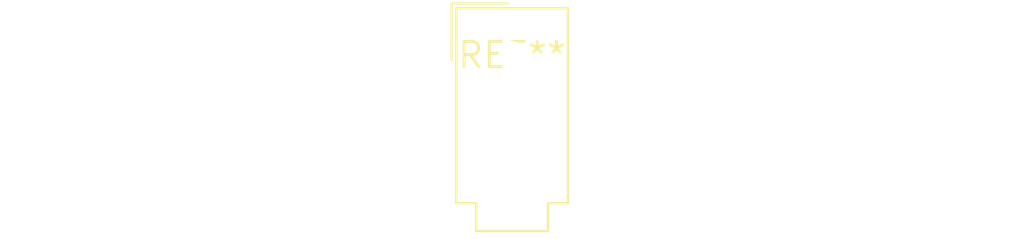
<source format=kicad_pcb>
(kicad_pcb (version 20240108) (generator pcbnew)
  (layers (0 "F.Cu" signal) (31 "B.Cu" signal) (34 "B.Paste" user) (35 "F.Paste" user) (36 "B.SilkS" user "B.Silkscreen") (37 "F.SilkS" user "F.Silkscreen") (38 "B.Mask" user) (39 "F.Mask" user) (44 "Edge.Cuts" user))
  (net 0 "")
  (footprint "Molex_Mini-Fit_Jr_5566-02A_2x01_P4.20mm_Vertical" (layer "F.Cu") (at 0 0)
    (property "Reference" "REF**")
    (property "Value" "Molex_Mini-Fit_Jr_5566-02A_2x01_P4.20mm_Vertical")
    (fp_line (start -3.05 -2.6) (end -3.05 0.25) (layer "F.SilkS") (stroke (width 0.12)))
    (fp_line (start -2.81 -2.36) (end -2.81 7.46) (layer "F.SilkS") (stroke (width 0.12)))
    (fp_line (start -2.81 7.46) (end -1.81 7.46) (layer "F.SilkS") (stroke (width 0.12)))
    (fp_line (start -1.81 7.46) (end -1.81 8.86) (layer "F.SilkS") (stroke (width 0.12)))
    (fp_line (start -1.81 8.86) (end 0 8.86) (layer "F.SilkS") (stroke (width 0.12)))
    (fp_line (start -0.2 -2.6) (end -3.05 -2.6) (layer "F.SilkS") (stroke (width 0.12)))
    (fp_line (start 0 -2.36) (end -2.81 -2.36) (layer "F.SilkS") (stroke (width 0.12)))
    (fp_line (start 0 -2.36) (end 2.81 -2.36) (layer "F.SilkS") (stroke (width 0.12)))
    (fp_line (start 1.81 7.46) (end 1.81 8.86) (layer "F.SilkS") (stroke (width 0.12)))
    (fp_line (start 1.81 8.86) (end 0 8.86) (layer "F.SilkS") (stroke (width 0.12)))
    (fp_line (start 2.81 -2.36) (end 2.81 7.46) (layer "F.SilkS") (stroke (width 0.12)))
    (fp_line (start 2.81 7.46) (end 1.81 7.46) (layer "F.SilkS") (stroke (width 0.12)))
    (pad "1" thru_hole roundrect (at 0 0) (size 2.7 3.3) (drill 1.4) (layers *.Cu *.Mask) (remove_unused_layers) (roundrect_rratio 0.092593))
    (pad "2" thru_hole oval (at 0 5.5) (size 2.7 3.3) (drill 1.4) (layers *.Cu *.Mask) (remove_unused_layers))
  )
)
</source>
